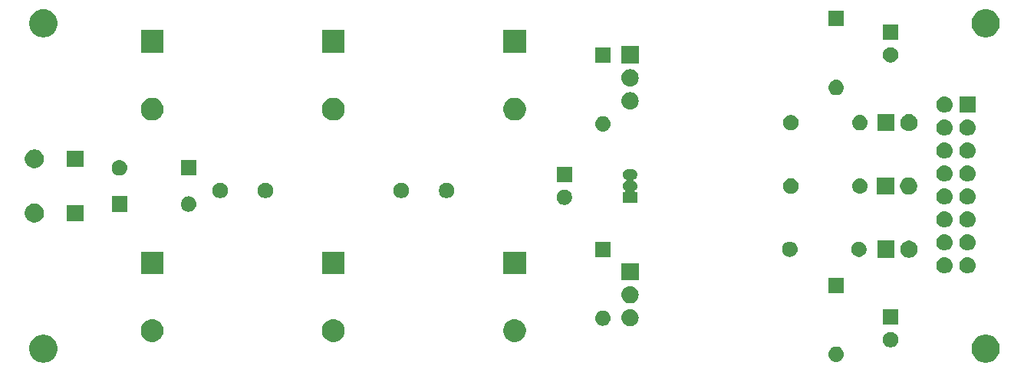
<source format=gbr>
G04 #@! TF.GenerationSoftware,KiCad,Pcbnew,(5.1.4-0-10_14)*
G04 #@! TF.CreationDate,2020-11-07T23:41:15-06:00*
G04 #@! TF.ProjectId,Eurorack_PSU,4575726f-7261-4636-9b5f-5053552e6b69,rev?*
G04 #@! TF.SameCoordinates,Original*
G04 #@! TF.FileFunction,Soldermask,Top*
G04 #@! TF.FilePolarity,Negative*
%FSLAX46Y46*%
G04 Gerber Fmt 4.6, Leading zero omitted, Abs format (unit mm)*
G04 Created by KiCad (PCBNEW (5.1.4-0-10_14)) date 2020-11-07 23:41:15*
%MOMM*%
%LPD*%
G04 APERTURE LIST*
%ADD10C,0.100000*%
G04 APERTURE END LIST*
D10*
G36*
X206302585Y-123478802D02*
G01*
X206452410Y-123508604D01*
X206734674Y-123625521D01*
X206988705Y-123795259D01*
X207204741Y-124011295D01*
X207374479Y-124265326D01*
X207491396Y-124547590D01*
X207491396Y-124547591D01*
X207545243Y-124818295D01*
X207551000Y-124847240D01*
X207551000Y-125152760D01*
X207491396Y-125452410D01*
X207374479Y-125734674D01*
X207204741Y-125988705D01*
X206988705Y-126204741D01*
X206734674Y-126374479D01*
X206452410Y-126491396D01*
X206302585Y-126521198D01*
X206152761Y-126551000D01*
X205847239Y-126551000D01*
X205697415Y-126521198D01*
X205547590Y-126491396D01*
X205265326Y-126374479D01*
X205011295Y-126204741D01*
X204795259Y-125988705D01*
X204625521Y-125734674D01*
X204508604Y-125452410D01*
X204449000Y-125152760D01*
X204449000Y-124847240D01*
X204454758Y-124818295D01*
X204508604Y-124547591D01*
X204508604Y-124547590D01*
X204625521Y-124265326D01*
X204795259Y-124011295D01*
X205011295Y-123795259D01*
X205265326Y-123625521D01*
X205547590Y-123508604D01*
X205697415Y-123478802D01*
X205847239Y-123449000D01*
X206152761Y-123449000D01*
X206302585Y-123478802D01*
X206302585Y-123478802D01*
G37*
G36*
X102302585Y-123478802D02*
G01*
X102452410Y-123508604D01*
X102734674Y-123625521D01*
X102988705Y-123795259D01*
X103204741Y-124011295D01*
X103374479Y-124265326D01*
X103491396Y-124547590D01*
X103491396Y-124547591D01*
X103545243Y-124818295D01*
X103551000Y-124847240D01*
X103551000Y-125152760D01*
X103491396Y-125452410D01*
X103374479Y-125734674D01*
X103204741Y-125988705D01*
X102988705Y-126204741D01*
X102734674Y-126374479D01*
X102452410Y-126491396D01*
X102302585Y-126521198D01*
X102152761Y-126551000D01*
X101847239Y-126551000D01*
X101697415Y-126521198D01*
X101547590Y-126491396D01*
X101265326Y-126374479D01*
X101011295Y-126204741D01*
X100795259Y-125988705D01*
X100625521Y-125734674D01*
X100508604Y-125452410D01*
X100449000Y-125152760D01*
X100449000Y-124847240D01*
X100454758Y-124818295D01*
X100508604Y-124547591D01*
X100508604Y-124547590D01*
X100625521Y-124265326D01*
X100795259Y-124011295D01*
X101011295Y-123795259D01*
X101265326Y-123625521D01*
X101547590Y-123508604D01*
X101697415Y-123478802D01*
X101847239Y-123449000D01*
X102152761Y-123449000D01*
X102302585Y-123478802D01*
X102302585Y-123478802D01*
G37*
G36*
X189666823Y-124781313D02*
G01*
X189827242Y-124829976D01*
X189959906Y-124900886D01*
X189975078Y-124908996D01*
X190104659Y-125015341D01*
X190211004Y-125144922D01*
X190211005Y-125144924D01*
X190290024Y-125292758D01*
X190338687Y-125453177D01*
X190355117Y-125620000D01*
X190338687Y-125786823D01*
X190290024Y-125947242D01*
X190219114Y-126079906D01*
X190211004Y-126095078D01*
X190104659Y-126224659D01*
X189975078Y-126331004D01*
X189975076Y-126331005D01*
X189827242Y-126410024D01*
X189666823Y-126458687D01*
X189541804Y-126471000D01*
X189458196Y-126471000D01*
X189333177Y-126458687D01*
X189172758Y-126410024D01*
X189024924Y-126331005D01*
X189024922Y-126331004D01*
X188895341Y-126224659D01*
X188788996Y-126095078D01*
X188780886Y-126079906D01*
X188709976Y-125947242D01*
X188661313Y-125786823D01*
X188644883Y-125620000D01*
X188661313Y-125453177D01*
X188709976Y-125292758D01*
X188788995Y-125144924D01*
X188788996Y-125144922D01*
X188895341Y-125015341D01*
X189024922Y-124908996D01*
X189040094Y-124900886D01*
X189172758Y-124829976D01*
X189333177Y-124781313D01*
X189458196Y-124769000D01*
X189541804Y-124769000D01*
X189666823Y-124781313D01*
X189666823Y-124781313D01*
G37*
G36*
X195748228Y-123181703D02*
G01*
X195903100Y-123245853D01*
X196042481Y-123338985D01*
X196161015Y-123457519D01*
X196254147Y-123596900D01*
X196318297Y-123751772D01*
X196351000Y-123916184D01*
X196351000Y-124083816D01*
X196318297Y-124248228D01*
X196254147Y-124403100D01*
X196161015Y-124542481D01*
X196042481Y-124661015D01*
X195903100Y-124754147D01*
X195748228Y-124818297D01*
X195583816Y-124851000D01*
X195416184Y-124851000D01*
X195251772Y-124818297D01*
X195096900Y-124754147D01*
X194957519Y-124661015D01*
X194838985Y-124542481D01*
X194745853Y-124403100D01*
X194681703Y-124248228D01*
X194649000Y-124083816D01*
X194649000Y-123916184D01*
X194681703Y-123751772D01*
X194745853Y-123596900D01*
X194838985Y-123457519D01*
X194957519Y-123338985D01*
X195096900Y-123245853D01*
X195251772Y-123181703D01*
X195416184Y-123149000D01*
X195583816Y-123149000D01*
X195748228Y-123181703D01*
X195748228Y-123181703D01*
G37*
G36*
X154210815Y-121766425D02*
G01*
X154364903Y-121797075D01*
X154592571Y-121891378D01*
X154797466Y-122028285D01*
X154971715Y-122202534D01*
X155108622Y-122407429D01*
X155108623Y-122407431D01*
X155202925Y-122635097D01*
X155251000Y-122876786D01*
X155251000Y-123123214D01*
X155208080Y-123338985D01*
X155202925Y-123364903D01*
X155108622Y-123592571D01*
X154971715Y-123797466D01*
X154797466Y-123971715D01*
X154592571Y-124108622D01*
X154592570Y-124108623D01*
X154592569Y-124108623D01*
X154364903Y-124202925D01*
X154123214Y-124251000D01*
X153876786Y-124251000D01*
X153635097Y-124202925D01*
X153407431Y-124108623D01*
X153407430Y-124108623D01*
X153407429Y-124108622D01*
X153202534Y-123971715D01*
X153028285Y-123797466D01*
X152891378Y-123592571D01*
X152797075Y-123364903D01*
X152791920Y-123338985D01*
X152749000Y-123123214D01*
X152749000Y-122876786D01*
X152797075Y-122635097D01*
X152891377Y-122407431D01*
X152891378Y-122407429D01*
X153028285Y-122202534D01*
X153202534Y-122028285D01*
X153407429Y-121891378D01*
X153635097Y-121797075D01*
X153789185Y-121766425D01*
X153876786Y-121749000D01*
X154123214Y-121749000D01*
X154210815Y-121766425D01*
X154210815Y-121766425D01*
G37*
G36*
X134210815Y-121766425D02*
G01*
X134364903Y-121797075D01*
X134592571Y-121891378D01*
X134797466Y-122028285D01*
X134971715Y-122202534D01*
X135108622Y-122407429D01*
X135108623Y-122407431D01*
X135202925Y-122635097D01*
X135251000Y-122876786D01*
X135251000Y-123123214D01*
X135208080Y-123338985D01*
X135202925Y-123364903D01*
X135108622Y-123592571D01*
X134971715Y-123797466D01*
X134797466Y-123971715D01*
X134592571Y-124108622D01*
X134592570Y-124108623D01*
X134592569Y-124108623D01*
X134364903Y-124202925D01*
X134123214Y-124251000D01*
X133876786Y-124251000D01*
X133635097Y-124202925D01*
X133407431Y-124108623D01*
X133407430Y-124108623D01*
X133407429Y-124108622D01*
X133202534Y-123971715D01*
X133028285Y-123797466D01*
X132891378Y-123592571D01*
X132797075Y-123364903D01*
X132791920Y-123338985D01*
X132749000Y-123123214D01*
X132749000Y-122876786D01*
X132797075Y-122635097D01*
X132891377Y-122407431D01*
X132891378Y-122407429D01*
X133028285Y-122202534D01*
X133202534Y-122028285D01*
X133407429Y-121891378D01*
X133635097Y-121797075D01*
X133789185Y-121766425D01*
X133876786Y-121749000D01*
X134123214Y-121749000D01*
X134210815Y-121766425D01*
X134210815Y-121766425D01*
G37*
G36*
X114210815Y-121766425D02*
G01*
X114364903Y-121797075D01*
X114592571Y-121891378D01*
X114797466Y-122028285D01*
X114971715Y-122202534D01*
X115108622Y-122407429D01*
X115108623Y-122407431D01*
X115202925Y-122635097D01*
X115251000Y-122876786D01*
X115251000Y-123123214D01*
X115208080Y-123338985D01*
X115202925Y-123364903D01*
X115108622Y-123592571D01*
X114971715Y-123797466D01*
X114797466Y-123971715D01*
X114592571Y-124108622D01*
X114592570Y-124108623D01*
X114592569Y-124108623D01*
X114364903Y-124202925D01*
X114123214Y-124251000D01*
X113876786Y-124251000D01*
X113635097Y-124202925D01*
X113407431Y-124108623D01*
X113407430Y-124108623D01*
X113407429Y-124108622D01*
X113202534Y-123971715D01*
X113028285Y-123797466D01*
X112891378Y-123592571D01*
X112797075Y-123364903D01*
X112791920Y-123338985D01*
X112749000Y-123123214D01*
X112749000Y-122876786D01*
X112797075Y-122635097D01*
X112891377Y-122407431D01*
X112891378Y-122407429D01*
X113028285Y-122202534D01*
X113202534Y-122028285D01*
X113407429Y-121891378D01*
X113635097Y-121797075D01*
X113789185Y-121766425D01*
X113876786Y-121749000D01*
X114123214Y-121749000D01*
X114210815Y-121766425D01*
X114210815Y-121766425D01*
G37*
G36*
X166936425Y-120642760D02*
G01*
X166936428Y-120642761D01*
X166936429Y-120642761D01*
X167115693Y-120697140D01*
X167115696Y-120697142D01*
X167115697Y-120697142D01*
X167280903Y-120785446D01*
X167425712Y-120904288D01*
X167544554Y-121049097D01*
X167595773Y-121144922D01*
X167632860Y-121214307D01*
X167687239Y-121393571D01*
X167687240Y-121393575D01*
X167705601Y-121580000D01*
X167687240Y-121766425D01*
X167687239Y-121766428D01*
X167687239Y-121766429D01*
X167632860Y-121945693D01*
X167632858Y-121945696D01*
X167632858Y-121945697D01*
X167544554Y-122110903D01*
X167425712Y-122255712D01*
X167280903Y-122374554D01*
X167123502Y-122458686D01*
X167115693Y-122462860D01*
X166936429Y-122517239D01*
X166936428Y-122517239D01*
X166936425Y-122517240D01*
X166796718Y-122531000D01*
X166703282Y-122531000D01*
X166563575Y-122517240D01*
X166563572Y-122517239D01*
X166563571Y-122517239D01*
X166384307Y-122462860D01*
X166376498Y-122458686D01*
X166219097Y-122374554D01*
X166074288Y-122255712D01*
X165955446Y-122110903D01*
X165867142Y-121945697D01*
X165867142Y-121945696D01*
X165867140Y-121945693D01*
X165812761Y-121766429D01*
X165812761Y-121766428D01*
X165812760Y-121766425D01*
X165794399Y-121580000D01*
X165812760Y-121393575D01*
X165812761Y-121393571D01*
X165867140Y-121214307D01*
X165904227Y-121144922D01*
X165955446Y-121049097D01*
X166074288Y-120904288D01*
X166219097Y-120785446D01*
X166384303Y-120697142D01*
X166384304Y-120697142D01*
X166384307Y-120697140D01*
X166563571Y-120642761D01*
X166563572Y-120642761D01*
X166563575Y-120642760D01*
X166703282Y-120629000D01*
X166796718Y-120629000D01*
X166936425Y-120642760D01*
X166936425Y-120642760D01*
G37*
G36*
X163916823Y-120781313D02*
G01*
X164077242Y-120829976D01*
X164209906Y-120900886D01*
X164225078Y-120908996D01*
X164354659Y-121015341D01*
X164461004Y-121144922D01*
X164461005Y-121144924D01*
X164540024Y-121292758D01*
X164588687Y-121453177D01*
X164605117Y-121620000D01*
X164588687Y-121786823D01*
X164540024Y-121947242D01*
X164469114Y-122079906D01*
X164461004Y-122095078D01*
X164354659Y-122224659D01*
X164225078Y-122331004D01*
X164225076Y-122331005D01*
X164077242Y-122410024D01*
X163916823Y-122458687D01*
X163791804Y-122471000D01*
X163708196Y-122471000D01*
X163583177Y-122458687D01*
X163422758Y-122410024D01*
X163274924Y-122331005D01*
X163274922Y-122331004D01*
X163145341Y-122224659D01*
X163038996Y-122095078D01*
X163030886Y-122079906D01*
X162959976Y-121947242D01*
X162911313Y-121786823D01*
X162894883Y-121620000D01*
X162911313Y-121453177D01*
X162959976Y-121292758D01*
X163038995Y-121144924D01*
X163038996Y-121144922D01*
X163145341Y-121015341D01*
X163274922Y-120908996D01*
X163290094Y-120900886D01*
X163422758Y-120829976D01*
X163583177Y-120781313D01*
X163708196Y-120769000D01*
X163791804Y-120769000D01*
X163916823Y-120781313D01*
X163916823Y-120781313D01*
G37*
G36*
X196351000Y-122351000D02*
G01*
X194649000Y-122351000D01*
X194649000Y-120649000D01*
X196351000Y-120649000D01*
X196351000Y-122351000D01*
X196351000Y-122351000D01*
G37*
G36*
X166936425Y-118102760D02*
G01*
X166936428Y-118102761D01*
X166936429Y-118102761D01*
X167115693Y-118157140D01*
X167115696Y-118157142D01*
X167115697Y-118157142D01*
X167280903Y-118245446D01*
X167425712Y-118364288D01*
X167544554Y-118509097D01*
X167632858Y-118674303D01*
X167632860Y-118674307D01*
X167686459Y-118851000D01*
X167687240Y-118853575D01*
X167705601Y-119040000D01*
X167687240Y-119226425D01*
X167687239Y-119226428D01*
X167687239Y-119226429D01*
X167632860Y-119405693D01*
X167632858Y-119405696D01*
X167632858Y-119405697D01*
X167544554Y-119570903D01*
X167425712Y-119715712D01*
X167280903Y-119834554D01*
X167115697Y-119922858D01*
X167115693Y-119922860D01*
X166936429Y-119977239D01*
X166936428Y-119977239D01*
X166936425Y-119977240D01*
X166796718Y-119991000D01*
X166703282Y-119991000D01*
X166563575Y-119977240D01*
X166563572Y-119977239D01*
X166563571Y-119977239D01*
X166384307Y-119922860D01*
X166384303Y-119922858D01*
X166219097Y-119834554D01*
X166074288Y-119715712D01*
X165955446Y-119570903D01*
X165867142Y-119405697D01*
X165867142Y-119405696D01*
X165867140Y-119405693D01*
X165812761Y-119226429D01*
X165812761Y-119226428D01*
X165812760Y-119226425D01*
X165794399Y-119040000D01*
X165812760Y-118853575D01*
X165813541Y-118851000D01*
X165867140Y-118674307D01*
X165867142Y-118674303D01*
X165955446Y-118509097D01*
X166074288Y-118364288D01*
X166219097Y-118245446D01*
X166384303Y-118157142D01*
X166384304Y-118157142D01*
X166384307Y-118157140D01*
X166563571Y-118102761D01*
X166563572Y-118102761D01*
X166563575Y-118102760D01*
X166703282Y-118089000D01*
X166796718Y-118089000D01*
X166936425Y-118102760D01*
X166936425Y-118102760D01*
G37*
G36*
X190351000Y-118851000D02*
G01*
X188649000Y-118851000D01*
X188649000Y-117149000D01*
X190351000Y-117149000D01*
X190351000Y-118851000D01*
X190351000Y-118851000D01*
G37*
G36*
X167701000Y-117451000D02*
G01*
X165799000Y-117451000D01*
X165799000Y-115549000D01*
X167701000Y-115549000D01*
X167701000Y-117451000D01*
X167701000Y-117451000D01*
G37*
G36*
X115251000Y-116751000D02*
G01*
X112749000Y-116751000D01*
X112749000Y-114249000D01*
X115251000Y-114249000D01*
X115251000Y-116751000D01*
X115251000Y-116751000D01*
G37*
G36*
X155251000Y-116751000D02*
G01*
X152749000Y-116751000D01*
X152749000Y-114249000D01*
X155251000Y-114249000D01*
X155251000Y-116751000D01*
X155251000Y-116751000D01*
G37*
G36*
X135251000Y-116751000D02*
G01*
X132749000Y-116751000D01*
X132749000Y-114249000D01*
X135251000Y-114249000D01*
X135251000Y-116751000D01*
X135251000Y-116751000D01*
G37*
G36*
X204110442Y-114885518D02*
G01*
X204176627Y-114892037D01*
X204346466Y-114943557D01*
X204502991Y-115027222D01*
X204538729Y-115056552D01*
X204640186Y-115139814D01*
X204723448Y-115241271D01*
X204752778Y-115277009D01*
X204836443Y-115433534D01*
X204887963Y-115603373D01*
X204905359Y-115780000D01*
X204887963Y-115956627D01*
X204836443Y-116126466D01*
X204752778Y-116282991D01*
X204723448Y-116318729D01*
X204640186Y-116420186D01*
X204538729Y-116503448D01*
X204502991Y-116532778D01*
X204346466Y-116616443D01*
X204176627Y-116667963D01*
X204110443Y-116674481D01*
X204044260Y-116681000D01*
X203955740Y-116681000D01*
X203889557Y-116674481D01*
X203823373Y-116667963D01*
X203653534Y-116616443D01*
X203497009Y-116532778D01*
X203461271Y-116503448D01*
X203359814Y-116420186D01*
X203276552Y-116318729D01*
X203247222Y-116282991D01*
X203163557Y-116126466D01*
X203112037Y-115956627D01*
X203094641Y-115780000D01*
X203112037Y-115603373D01*
X203163557Y-115433534D01*
X203247222Y-115277009D01*
X203276552Y-115241271D01*
X203359814Y-115139814D01*
X203461271Y-115056552D01*
X203497009Y-115027222D01*
X203653534Y-114943557D01*
X203823373Y-114892037D01*
X203889558Y-114885518D01*
X203955740Y-114879000D01*
X204044260Y-114879000D01*
X204110442Y-114885518D01*
X204110442Y-114885518D01*
G37*
G36*
X201570442Y-114885518D02*
G01*
X201636627Y-114892037D01*
X201806466Y-114943557D01*
X201962991Y-115027222D01*
X201998729Y-115056552D01*
X202100186Y-115139814D01*
X202183448Y-115241271D01*
X202212778Y-115277009D01*
X202296443Y-115433534D01*
X202347963Y-115603373D01*
X202365359Y-115780000D01*
X202347963Y-115956627D01*
X202296443Y-116126466D01*
X202212778Y-116282991D01*
X202183448Y-116318729D01*
X202100186Y-116420186D01*
X201998729Y-116503448D01*
X201962991Y-116532778D01*
X201806466Y-116616443D01*
X201636627Y-116667963D01*
X201570443Y-116674481D01*
X201504260Y-116681000D01*
X201415740Y-116681000D01*
X201349557Y-116674481D01*
X201283373Y-116667963D01*
X201113534Y-116616443D01*
X200957009Y-116532778D01*
X200921271Y-116503448D01*
X200819814Y-116420186D01*
X200736552Y-116318729D01*
X200707222Y-116282991D01*
X200623557Y-116126466D01*
X200572037Y-115956627D01*
X200554641Y-115780000D01*
X200572037Y-115603373D01*
X200623557Y-115433534D01*
X200707222Y-115277009D01*
X200736552Y-115241271D01*
X200819814Y-115139814D01*
X200921271Y-115056552D01*
X200957009Y-115027222D01*
X201113534Y-114943557D01*
X201283373Y-114892037D01*
X201349558Y-114885518D01*
X201415740Y-114879000D01*
X201504260Y-114879000D01*
X201570442Y-114885518D01*
X201570442Y-114885518D01*
G37*
G36*
X195951000Y-114951000D02*
G01*
X194049000Y-114951000D01*
X194049000Y-113049000D01*
X195951000Y-113049000D01*
X195951000Y-114951000D01*
X195951000Y-114951000D01*
G37*
G36*
X197817395Y-113085546D02*
G01*
X197990466Y-113157234D01*
X197996572Y-113161314D01*
X198146227Y-113261310D01*
X198278690Y-113393773D01*
X198321284Y-113457520D01*
X198382766Y-113549534D01*
X198454454Y-113722605D01*
X198491000Y-113906333D01*
X198491000Y-114093667D01*
X198454454Y-114277395D01*
X198382766Y-114450466D01*
X198382765Y-114450467D01*
X198278690Y-114606227D01*
X198146227Y-114738690D01*
X198123092Y-114754148D01*
X197990466Y-114842766D01*
X197817395Y-114914454D01*
X197633667Y-114951000D01*
X197446333Y-114951000D01*
X197262605Y-114914454D01*
X197089534Y-114842766D01*
X196956908Y-114754148D01*
X196933773Y-114738690D01*
X196801310Y-114606227D01*
X196697235Y-114450467D01*
X196697234Y-114450466D01*
X196625546Y-114277395D01*
X196589000Y-114093667D01*
X196589000Y-113906333D01*
X196625546Y-113722605D01*
X196697234Y-113549534D01*
X196758716Y-113457520D01*
X196801310Y-113393773D01*
X196933773Y-113261310D01*
X197083428Y-113161314D01*
X197089534Y-113157234D01*
X197262605Y-113085546D01*
X197446333Y-113049000D01*
X197633667Y-113049000D01*
X197817395Y-113085546D01*
X197817395Y-113085546D01*
G37*
G36*
X164601000Y-114851000D02*
G01*
X162899000Y-114851000D01*
X162899000Y-113149000D01*
X164601000Y-113149000D01*
X164601000Y-114851000D01*
X164601000Y-114851000D01*
G37*
G36*
X184546823Y-113161313D02*
G01*
X184707242Y-113209976D01*
X184774361Y-113245852D01*
X184855078Y-113288996D01*
X184984659Y-113395341D01*
X185091004Y-113524922D01*
X185091005Y-113524924D01*
X185170024Y-113672758D01*
X185218687Y-113833177D01*
X185235117Y-114000000D01*
X185218687Y-114166823D01*
X185170024Y-114327242D01*
X185129477Y-114403100D01*
X185091004Y-114475078D01*
X184984659Y-114604659D01*
X184855078Y-114711004D01*
X184855076Y-114711005D01*
X184707242Y-114790024D01*
X184546823Y-114838687D01*
X184421804Y-114851000D01*
X184338196Y-114851000D01*
X184213177Y-114838687D01*
X184052758Y-114790024D01*
X183904924Y-114711005D01*
X183904922Y-114711004D01*
X183775341Y-114604659D01*
X183668996Y-114475078D01*
X183630523Y-114403100D01*
X183589976Y-114327242D01*
X183541313Y-114166823D01*
X183524883Y-114000000D01*
X183541313Y-113833177D01*
X183589976Y-113672758D01*
X183668995Y-113524924D01*
X183668996Y-113524922D01*
X183775341Y-113395341D01*
X183904922Y-113288996D01*
X183985639Y-113245852D01*
X184052758Y-113209976D01*
X184213177Y-113161313D01*
X184338196Y-113149000D01*
X184421804Y-113149000D01*
X184546823Y-113161313D01*
X184546823Y-113161313D01*
G37*
G36*
X192248228Y-113181703D02*
G01*
X192403100Y-113245853D01*
X192542481Y-113338985D01*
X192661015Y-113457519D01*
X192754147Y-113596900D01*
X192818297Y-113751772D01*
X192851000Y-113916184D01*
X192851000Y-114083816D01*
X192818297Y-114248228D01*
X192754147Y-114403100D01*
X192661015Y-114542481D01*
X192542481Y-114661015D01*
X192403100Y-114754147D01*
X192248228Y-114818297D01*
X192083816Y-114851000D01*
X191916184Y-114851000D01*
X191751772Y-114818297D01*
X191596900Y-114754147D01*
X191457519Y-114661015D01*
X191338985Y-114542481D01*
X191245853Y-114403100D01*
X191181703Y-114248228D01*
X191149000Y-114083816D01*
X191149000Y-113916184D01*
X191181703Y-113751772D01*
X191245853Y-113596900D01*
X191338985Y-113457519D01*
X191457519Y-113338985D01*
X191596900Y-113245853D01*
X191751772Y-113181703D01*
X191916184Y-113149000D01*
X192083816Y-113149000D01*
X192248228Y-113181703D01*
X192248228Y-113181703D01*
G37*
G36*
X204110442Y-112345518D02*
G01*
X204176627Y-112352037D01*
X204346466Y-112403557D01*
X204502991Y-112487222D01*
X204538729Y-112516552D01*
X204640186Y-112599814D01*
X204723448Y-112701271D01*
X204752778Y-112737009D01*
X204836443Y-112893534D01*
X204887963Y-113063373D01*
X204905359Y-113240000D01*
X204887963Y-113416627D01*
X204836443Y-113586466D01*
X204752778Y-113742991D01*
X204723448Y-113778729D01*
X204640186Y-113880186D01*
X204538729Y-113963448D01*
X204502991Y-113992778D01*
X204346466Y-114076443D01*
X204176627Y-114127963D01*
X204110443Y-114134481D01*
X204044260Y-114141000D01*
X203955740Y-114141000D01*
X203889557Y-114134481D01*
X203823373Y-114127963D01*
X203653534Y-114076443D01*
X203497009Y-113992778D01*
X203461271Y-113963448D01*
X203359814Y-113880186D01*
X203276552Y-113778729D01*
X203247222Y-113742991D01*
X203163557Y-113586466D01*
X203112037Y-113416627D01*
X203094641Y-113240000D01*
X203112037Y-113063373D01*
X203163557Y-112893534D01*
X203247222Y-112737009D01*
X203276552Y-112701271D01*
X203359814Y-112599814D01*
X203461271Y-112516552D01*
X203497009Y-112487222D01*
X203653534Y-112403557D01*
X203823373Y-112352037D01*
X203889558Y-112345518D01*
X203955740Y-112339000D01*
X204044260Y-112339000D01*
X204110442Y-112345518D01*
X204110442Y-112345518D01*
G37*
G36*
X201570442Y-112345518D02*
G01*
X201636627Y-112352037D01*
X201806466Y-112403557D01*
X201962991Y-112487222D01*
X201998729Y-112516552D01*
X202100186Y-112599814D01*
X202183448Y-112701271D01*
X202212778Y-112737009D01*
X202296443Y-112893534D01*
X202347963Y-113063373D01*
X202365359Y-113240000D01*
X202347963Y-113416627D01*
X202296443Y-113586466D01*
X202212778Y-113742991D01*
X202183448Y-113778729D01*
X202100186Y-113880186D01*
X201998729Y-113963448D01*
X201962991Y-113992778D01*
X201806466Y-114076443D01*
X201636627Y-114127963D01*
X201570443Y-114134481D01*
X201504260Y-114141000D01*
X201415740Y-114141000D01*
X201349557Y-114134481D01*
X201283373Y-114127963D01*
X201113534Y-114076443D01*
X200957009Y-113992778D01*
X200921271Y-113963448D01*
X200819814Y-113880186D01*
X200736552Y-113778729D01*
X200707222Y-113742991D01*
X200623557Y-113586466D01*
X200572037Y-113416627D01*
X200554641Y-113240000D01*
X200572037Y-113063373D01*
X200623557Y-112893534D01*
X200707222Y-112737009D01*
X200736552Y-112701271D01*
X200819814Y-112599814D01*
X200921271Y-112516552D01*
X200957009Y-112487222D01*
X201113534Y-112403557D01*
X201283373Y-112352037D01*
X201349558Y-112345518D01*
X201415740Y-112339000D01*
X201504260Y-112339000D01*
X201570442Y-112345518D01*
X201570442Y-112345518D01*
G37*
G36*
X201570442Y-109805518D02*
G01*
X201636627Y-109812037D01*
X201806466Y-109863557D01*
X201962991Y-109947222D01*
X201998729Y-109976552D01*
X202100186Y-110059814D01*
X202183448Y-110161271D01*
X202212778Y-110197009D01*
X202296443Y-110353534D01*
X202347963Y-110523373D01*
X202365359Y-110700000D01*
X202347963Y-110876627D01*
X202296443Y-111046466D01*
X202212778Y-111202991D01*
X202183448Y-111238729D01*
X202100186Y-111340186D01*
X201998729Y-111423448D01*
X201962991Y-111452778D01*
X201806466Y-111536443D01*
X201636627Y-111587963D01*
X201570442Y-111594482D01*
X201504260Y-111601000D01*
X201415740Y-111601000D01*
X201349558Y-111594482D01*
X201283373Y-111587963D01*
X201113534Y-111536443D01*
X200957009Y-111452778D01*
X200921271Y-111423448D01*
X200819814Y-111340186D01*
X200736552Y-111238729D01*
X200707222Y-111202991D01*
X200623557Y-111046466D01*
X200572037Y-110876627D01*
X200554641Y-110700000D01*
X200572037Y-110523373D01*
X200623557Y-110353534D01*
X200707222Y-110197009D01*
X200736552Y-110161271D01*
X200819814Y-110059814D01*
X200921271Y-109976552D01*
X200957009Y-109947222D01*
X201113534Y-109863557D01*
X201283373Y-109812037D01*
X201349558Y-109805518D01*
X201415740Y-109799000D01*
X201504260Y-109799000D01*
X201570442Y-109805518D01*
X201570442Y-109805518D01*
G37*
G36*
X204110442Y-109805518D02*
G01*
X204176627Y-109812037D01*
X204346466Y-109863557D01*
X204502991Y-109947222D01*
X204538729Y-109976552D01*
X204640186Y-110059814D01*
X204723448Y-110161271D01*
X204752778Y-110197009D01*
X204836443Y-110353534D01*
X204887963Y-110523373D01*
X204905359Y-110700000D01*
X204887963Y-110876627D01*
X204836443Y-111046466D01*
X204752778Y-111202991D01*
X204723448Y-111238729D01*
X204640186Y-111340186D01*
X204538729Y-111423448D01*
X204502991Y-111452778D01*
X204346466Y-111536443D01*
X204176627Y-111587963D01*
X204110442Y-111594482D01*
X204044260Y-111601000D01*
X203955740Y-111601000D01*
X203889558Y-111594482D01*
X203823373Y-111587963D01*
X203653534Y-111536443D01*
X203497009Y-111452778D01*
X203461271Y-111423448D01*
X203359814Y-111340186D01*
X203276552Y-111238729D01*
X203247222Y-111202991D01*
X203163557Y-111046466D01*
X203112037Y-110876627D01*
X203094641Y-110700000D01*
X203112037Y-110523373D01*
X203163557Y-110353534D01*
X203247222Y-110197009D01*
X203276552Y-110161271D01*
X203359814Y-110059814D01*
X203461271Y-109976552D01*
X203497009Y-109947222D01*
X203653534Y-109863557D01*
X203823373Y-109812037D01*
X203889558Y-109805518D01*
X203955740Y-109799000D01*
X204044260Y-109799000D01*
X204110442Y-109805518D01*
X204110442Y-109805518D01*
G37*
G36*
X101306564Y-108989389D02*
G01*
X101497060Y-109068295D01*
X101497835Y-109068616D01*
X101669973Y-109183635D01*
X101816365Y-109330027D01*
X101913284Y-109475076D01*
X101931385Y-109502167D01*
X102010611Y-109693436D01*
X102051000Y-109896484D01*
X102051000Y-110103516D01*
X102010611Y-110306564D01*
X101991156Y-110353532D01*
X101931384Y-110497835D01*
X101816365Y-110669973D01*
X101669973Y-110816365D01*
X101497835Y-110931384D01*
X101497834Y-110931385D01*
X101497833Y-110931385D01*
X101306564Y-111010611D01*
X101103516Y-111051000D01*
X100896484Y-111051000D01*
X100693436Y-111010611D01*
X100502167Y-110931385D01*
X100502166Y-110931385D01*
X100502165Y-110931384D01*
X100330027Y-110816365D01*
X100183635Y-110669973D01*
X100068616Y-110497835D01*
X100008844Y-110353532D01*
X99989389Y-110306564D01*
X99949000Y-110103516D01*
X99949000Y-109896484D01*
X99989389Y-109693436D01*
X100068615Y-109502167D01*
X100086717Y-109475076D01*
X100183635Y-109330027D01*
X100330027Y-109183635D01*
X100502165Y-109068616D01*
X100502940Y-109068295D01*
X100693436Y-108989389D01*
X100896484Y-108949000D01*
X101103516Y-108949000D01*
X101306564Y-108989389D01*
X101306564Y-108989389D01*
G37*
G36*
X106401000Y-110901000D02*
G01*
X104599000Y-110901000D01*
X104599000Y-109099000D01*
X106401000Y-109099000D01*
X106401000Y-110901000D01*
X106401000Y-110901000D01*
G37*
G36*
X111251000Y-109851000D02*
G01*
X109549000Y-109851000D01*
X109549000Y-108149000D01*
X111251000Y-108149000D01*
X111251000Y-109851000D01*
X111251000Y-109851000D01*
G37*
G36*
X118186823Y-108161313D02*
G01*
X118347242Y-108209976D01*
X118479906Y-108280886D01*
X118495078Y-108288996D01*
X118624659Y-108395341D01*
X118731004Y-108524922D01*
X118731005Y-108524924D01*
X118810024Y-108672758D01*
X118858687Y-108833177D01*
X118875117Y-109000000D01*
X118858687Y-109166823D01*
X118810024Y-109327242D01*
X118808535Y-109330027D01*
X118731004Y-109475078D01*
X118624659Y-109604659D01*
X118495078Y-109711004D01*
X118495076Y-109711005D01*
X118347242Y-109790024D01*
X118186823Y-109838687D01*
X118061804Y-109851000D01*
X117978196Y-109851000D01*
X117853177Y-109838687D01*
X117692758Y-109790024D01*
X117544924Y-109711005D01*
X117544922Y-109711004D01*
X117415341Y-109604659D01*
X117308996Y-109475078D01*
X117231465Y-109330027D01*
X117229976Y-109327242D01*
X117181313Y-109166823D01*
X117164883Y-109000000D01*
X117181313Y-108833177D01*
X117229976Y-108672758D01*
X117308995Y-108524924D01*
X117308996Y-108524922D01*
X117415341Y-108395341D01*
X117544922Y-108288996D01*
X117560094Y-108280886D01*
X117692758Y-108209976D01*
X117853177Y-108161313D01*
X117978196Y-108149000D01*
X118061804Y-108149000D01*
X118186823Y-108161313D01*
X118186823Y-108161313D01*
G37*
G36*
X159748228Y-107431703D02*
G01*
X159903100Y-107495853D01*
X160042481Y-107588985D01*
X160161015Y-107707519D01*
X160254147Y-107846900D01*
X160318297Y-108001772D01*
X160351000Y-108166184D01*
X160351000Y-108333816D01*
X160318297Y-108498228D01*
X160254147Y-108653100D01*
X160161015Y-108792481D01*
X160042481Y-108911015D01*
X159903100Y-109004147D01*
X159748228Y-109068297D01*
X159583816Y-109101000D01*
X159416184Y-109101000D01*
X159251772Y-109068297D01*
X159096900Y-109004147D01*
X158957519Y-108911015D01*
X158838985Y-108792481D01*
X158745853Y-108653100D01*
X158681703Y-108498228D01*
X158649000Y-108333816D01*
X158649000Y-108166184D01*
X158681703Y-108001772D01*
X158745853Y-107846900D01*
X158838985Y-107707519D01*
X158957519Y-107588985D01*
X159096900Y-107495853D01*
X159251772Y-107431703D01*
X159416184Y-107399000D01*
X159583816Y-107399000D01*
X159748228Y-107431703D01*
X159748228Y-107431703D01*
G37*
G36*
X204110443Y-107265519D02*
G01*
X204176627Y-107272037D01*
X204346466Y-107323557D01*
X204346468Y-107323558D01*
X204353360Y-107327242D01*
X204502991Y-107407222D01*
X204513911Y-107416184D01*
X204640186Y-107519814D01*
X204711102Y-107606227D01*
X204752778Y-107657009D01*
X204836443Y-107813534D01*
X204887963Y-107983373D01*
X204905359Y-108160000D01*
X204887963Y-108336627D01*
X204836443Y-108506466D01*
X204752778Y-108662991D01*
X204723448Y-108698729D01*
X204640186Y-108800186D01*
X204538729Y-108883448D01*
X204502991Y-108912778D01*
X204346466Y-108996443D01*
X204176627Y-109047963D01*
X204110442Y-109054482D01*
X204044260Y-109061000D01*
X203955740Y-109061000D01*
X203889558Y-109054482D01*
X203823373Y-109047963D01*
X203653534Y-108996443D01*
X203497009Y-108912778D01*
X203461271Y-108883448D01*
X203359814Y-108800186D01*
X203276552Y-108698729D01*
X203247222Y-108662991D01*
X203163557Y-108506466D01*
X203112037Y-108336627D01*
X203094641Y-108160000D01*
X203112037Y-107983373D01*
X203163557Y-107813534D01*
X203247222Y-107657009D01*
X203288898Y-107606227D01*
X203359814Y-107519814D01*
X203486089Y-107416184D01*
X203497009Y-107407222D01*
X203646640Y-107327242D01*
X203653532Y-107323558D01*
X203653534Y-107323557D01*
X203823373Y-107272037D01*
X203889557Y-107265519D01*
X203955740Y-107259000D01*
X204044260Y-107259000D01*
X204110443Y-107265519D01*
X204110443Y-107265519D01*
G37*
G36*
X201570443Y-107265519D02*
G01*
X201636627Y-107272037D01*
X201806466Y-107323557D01*
X201806468Y-107323558D01*
X201813360Y-107327242D01*
X201962991Y-107407222D01*
X201973911Y-107416184D01*
X202100186Y-107519814D01*
X202171102Y-107606227D01*
X202212778Y-107657009D01*
X202296443Y-107813534D01*
X202347963Y-107983373D01*
X202365359Y-108160000D01*
X202347963Y-108336627D01*
X202296443Y-108506466D01*
X202212778Y-108662991D01*
X202183448Y-108698729D01*
X202100186Y-108800186D01*
X201998729Y-108883448D01*
X201962991Y-108912778D01*
X201806466Y-108996443D01*
X201636627Y-109047963D01*
X201570442Y-109054482D01*
X201504260Y-109061000D01*
X201415740Y-109061000D01*
X201349558Y-109054482D01*
X201283373Y-109047963D01*
X201113534Y-108996443D01*
X200957009Y-108912778D01*
X200921271Y-108883448D01*
X200819814Y-108800186D01*
X200736552Y-108698729D01*
X200707222Y-108662991D01*
X200623557Y-108506466D01*
X200572037Y-108336627D01*
X200554641Y-108160000D01*
X200572037Y-107983373D01*
X200623557Y-107813534D01*
X200707222Y-107657009D01*
X200748898Y-107606227D01*
X200819814Y-107519814D01*
X200946089Y-107416184D01*
X200957009Y-107407222D01*
X201106640Y-107327242D01*
X201113532Y-107323558D01*
X201113534Y-107323557D01*
X201283373Y-107272037D01*
X201349557Y-107265519D01*
X201415740Y-107259000D01*
X201504260Y-107259000D01*
X201570443Y-107265519D01*
X201570443Y-107265519D01*
G37*
G36*
X167087916Y-105162334D02*
G01*
X167196492Y-105195271D01*
X167196495Y-105195272D01*
X167232601Y-105214571D01*
X167296557Y-105248756D01*
X167384264Y-105320736D01*
X167456244Y-105408443D01*
X167474914Y-105443373D01*
X167509728Y-105508505D01*
X167509729Y-105508508D01*
X167542666Y-105617084D01*
X167553787Y-105730000D01*
X167542666Y-105842916D01*
X167509729Y-105951492D01*
X167509728Y-105951495D01*
X167490429Y-105987601D01*
X167456244Y-106051557D01*
X167384264Y-106139264D01*
X167296557Y-106211244D01*
X167231807Y-106245853D01*
X167215141Y-106254761D01*
X167194766Y-106268375D01*
X167177439Y-106285702D01*
X167163826Y-106306076D01*
X167154448Y-106328715D01*
X167149668Y-106352748D01*
X167149668Y-106377252D01*
X167154448Y-106401285D01*
X167163826Y-106423924D01*
X167177440Y-106444299D01*
X167194767Y-106461626D01*
X167215141Y-106475239D01*
X167296557Y-106518756D01*
X167384264Y-106590736D01*
X167456244Y-106678443D01*
X167490429Y-106742399D01*
X167509728Y-106778505D01*
X167509729Y-106778508D01*
X167542666Y-106887084D01*
X167553787Y-107000000D01*
X167542666Y-107112916D01*
X167526312Y-107166825D01*
X167509728Y-107221495D01*
X167495439Y-107248228D01*
X167456244Y-107321557D01*
X167384264Y-107409264D01*
X167307354Y-107472383D01*
X167290035Y-107489702D01*
X167276421Y-107510077D01*
X167267043Y-107532716D01*
X167262263Y-107556749D01*
X167262263Y-107581253D01*
X167267043Y-107605286D01*
X167276421Y-107627925D01*
X167290034Y-107648299D01*
X167307361Y-107665626D01*
X167327736Y-107679240D01*
X167350375Y-107688618D01*
X167374408Y-107693398D01*
X167386660Y-107694000D01*
X167551000Y-107694000D01*
X167551000Y-108846000D01*
X165949000Y-108846000D01*
X165949000Y-107694000D01*
X166113340Y-107694000D01*
X166137726Y-107691598D01*
X166161175Y-107684485D01*
X166182786Y-107672934D01*
X166201728Y-107657389D01*
X166217273Y-107638447D01*
X166228824Y-107616836D01*
X166235937Y-107593387D01*
X166238339Y-107569001D01*
X166235937Y-107544615D01*
X166228824Y-107521166D01*
X166217273Y-107499555D01*
X166201728Y-107480613D01*
X166192655Y-107472391D01*
X166115736Y-107409264D01*
X166043756Y-107321557D01*
X166004561Y-107248228D01*
X165990272Y-107221495D01*
X165973688Y-107166825D01*
X165957334Y-107112916D01*
X165946213Y-107000000D01*
X165957334Y-106887084D01*
X165990271Y-106778508D01*
X165990272Y-106778505D01*
X166009571Y-106742399D01*
X166043756Y-106678443D01*
X166115736Y-106590736D01*
X166203443Y-106518756D01*
X166284859Y-106475239D01*
X166305234Y-106461625D01*
X166322561Y-106444298D01*
X166336174Y-106423924D01*
X166345552Y-106401285D01*
X166350332Y-106377252D01*
X166350332Y-106352748D01*
X166345552Y-106328715D01*
X166336174Y-106306076D01*
X166322560Y-106285701D01*
X166305233Y-106268374D01*
X166284859Y-106254761D01*
X166268193Y-106245853D01*
X166203443Y-106211244D01*
X166115736Y-106139264D01*
X166043756Y-106051557D01*
X166009571Y-105987601D01*
X165990272Y-105951495D01*
X165990271Y-105951492D01*
X165957334Y-105842916D01*
X165946213Y-105730000D01*
X165957334Y-105617084D01*
X165990271Y-105508508D01*
X165990272Y-105508505D01*
X166025086Y-105443373D01*
X166043756Y-105408443D01*
X166115736Y-105320736D01*
X166203443Y-105248756D01*
X166267399Y-105214571D01*
X166303505Y-105195272D01*
X166303508Y-105195271D01*
X166412084Y-105162334D01*
X166496702Y-105154000D01*
X167003298Y-105154000D01*
X167087916Y-105162334D01*
X167087916Y-105162334D01*
G37*
G36*
X121748228Y-106681703D02*
G01*
X121903100Y-106745853D01*
X122042481Y-106838985D01*
X122161015Y-106957519D01*
X122254147Y-107096900D01*
X122318297Y-107251772D01*
X122351000Y-107416184D01*
X122351000Y-107583816D01*
X122318297Y-107748228D01*
X122254147Y-107903100D01*
X122161015Y-108042481D01*
X122042481Y-108161015D01*
X121903100Y-108254147D01*
X121748228Y-108318297D01*
X121583816Y-108351000D01*
X121416184Y-108351000D01*
X121251772Y-108318297D01*
X121096900Y-108254147D01*
X120957519Y-108161015D01*
X120838985Y-108042481D01*
X120745853Y-107903100D01*
X120681703Y-107748228D01*
X120649000Y-107583816D01*
X120649000Y-107416184D01*
X120681703Y-107251772D01*
X120745853Y-107096900D01*
X120838985Y-106957519D01*
X120957519Y-106838985D01*
X121096900Y-106745853D01*
X121251772Y-106681703D01*
X121416184Y-106649000D01*
X121583816Y-106649000D01*
X121748228Y-106681703D01*
X121748228Y-106681703D01*
G37*
G36*
X146748228Y-106681703D02*
G01*
X146903100Y-106745853D01*
X147042481Y-106838985D01*
X147161015Y-106957519D01*
X147254147Y-107096900D01*
X147318297Y-107251772D01*
X147351000Y-107416184D01*
X147351000Y-107583816D01*
X147318297Y-107748228D01*
X147254147Y-107903100D01*
X147161015Y-108042481D01*
X147042481Y-108161015D01*
X146903100Y-108254147D01*
X146748228Y-108318297D01*
X146583816Y-108351000D01*
X146416184Y-108351000D01*
X146251772Y-108318297D01*
X146096900Y-108254147D01*
X145957519Y-108161015D01*
X145838985Y-108042481D01*
X145745853Y-107903100D01*
X145681703Y-107748228D01*
X145649000Y-107583816D01*
X145649000Y-107416184D01*
X145681703Y-107251772D01*
X145745853Y-107096900D01*
X145838985Y-106957519D01*
X145957519Y-106838985D01*
X146096900Y-106745853D01*
X146251772Y-106681703D01*
X146416184Y-106649000D01*
X146583816Y-106649000D01*
X146748228Y-106681703D01*
X146748228Y-106681703D01*
G37*
G36*
X126748228Y-106681703D02*
G01*
X126903100Y-106745853D01*
X127042481Y-106838985D01*
X127161015Y-106957519D01*
X127254147Y-107096900D01*
X127318297Y-107251772D01*
X127351000Y-107416184D01*
X127351000Y-107583816D01*
X127318297Y-107748228D01*
X127254147Y-107903100D01*
X127161015Y-108042481D01*
X127042481Y-108161015D01*
X126903100Y-108254147D01*
X126748228Y-108318297D01*
X126583816Y-108351000D01*
X126416184Y-108351000D01*
X126251772Y-108318297D01*
X126096900Y-108254147D01*
X125957519Y-108161015D01*
X125838985Y-108042481D01*
X125745853Y-107903100D01*
X125681703Y-107748228D01*
X125649000Y-107583816D01*
X125649000Y-107416184D01*
X125681703Y-107251772D01*
X125745853Y-107096900D01*
X125838985Y-106957519D01*
X125957519Y-106838985D01*
X126096900Y-106745853D01*
X126251772Y-106681703D01*
X126416184Y-106649000D01*
X126583816Y-106649000D01*
X126748228Y-106681703D01*
X126748228Y-106681703D01*
G37*
G36*
X141748228Y-106681703D02*
G01*
X141903100Y-106745853D01*
X142042481Y-106838985D01*
X142161015Y-106957519D01*
X142254147Y-107096900D01*
X142318297Y-107251772D01*
X142351000Y-107416184D01*
X142351000Y-107583816D01*
X142318297Y-107748228D01*
X142254147Y-107903100D01*
X142161015Y-108042481D01*
X142042481Y-108161015D01*
X141903100Y-108254147D01*
X141748228Y-108318297D01*
X141583816Y-108351000D01*
X141416184Y-108351000D01*
X141251772Y-108318297D01*
X141096900Y-108254147D01*
X140957519Y-108161015D01*
X140838985Y-108042481D01*
X140745853Y-107903100D01*
X140681703Y-107748228D01*
X140649000Y-107583816D01*
X140649000Y-107416184D01*
X140681703Y-107251772D01*
X140745853Y-107096900D01*
X140838985Y-106957519D01*
X140957519Y-106838985D01*
X141096900Y-106745853D01*
X141251772Y-106681703D01*
X141416184Y-106649000D01*
X141583816Y-106649000D01*
X141748228Y-106681703D01*
X141748228Y-106681703D01*
G37*
G36*
X195911000Y-107951000D02*
G01*
X194009000Y-107951000D01*
X194009000Y-106049000D01*
X195911000Y-106049000D01*
X195911000Y-107951000D01*
X195911000Y-107951000D01*
G37*
G36*
X197777395Y-106085546D02*
G01*
X197950466Y-106157234D01*
X197956572Y-106161314D01*
X198106227Y-106261310D01*
X198238690Y-106393773D01*
X198281284Y-106457520D01*
X198342766Y-106549534D01*
X198414454Y-106722605D01*
X198451000Y-106906333D01*
X198451000Y-107093667D01*
X198414454Y-107277395D01*
X198342766Y-107450466D01*
X198342765Y-107450467D01*
X198238690Y-107606227D01*
X198106227Y-107738690D01*
X198083092Y-107754148D01*
X197950466Y-107842766D01*
X197777395Y-107914454D01*
X197593667Y-107951000D01*
X197406333Y-107951000D01*
X197222605Y-107914454D01*
X197049534Y-107842766D01*
X196916908Y-107754148D01*
X196893773Y-107738690D01*
X196761310Y-107606227D01*
X196657235Y-107450467D01*
X196657234Y-107450466D01*
X196585546Y-107277395D01*
X196549000Y-107093667D01*
X196549000Y-106906333D01*
X196585546Y-106722605D01*
X196657234Y-106549534D01*
X196718716Y-106457520D01*
X196761310Y-106393773D01*
X196893773Y-106261310D01*
X197043428Y-106161314D01*
X197049534Y-106157234D01*
X197222605Y-106085546D01*
X197406333Y-106049000D01*
X197593667Y-106049000D01*
X197777395Y-106085546D01*
X197777395Y-106085546D01*
G37*
G36*
X184748228Y-106181703D02*
G01*
X184903100Y-106245853D01*
X185042481Y-106338985D01*
X185161015Y-106457519D01*
X185254147Y-106596900D01*
X185318297Y-106751772D01*
X185351000Y-106916184D01*
X185351000Y-107083816D01*
X185318297Y-107248228D01*
X185254147Y-107403100D01*
X185161015Y-107542481D01*
X185042481Y-107661015D01*
X184903100Y-107754147D01*
X184748228Y-107818297D01*
X184583816Y-107851000D01*
X184416184Y-107851000D01*
X184251772Y-107818297D01*
X184096900Y-107754147D01*
X183957519Y-107661015D01*
X183838985Y-107542481D01*
X183745853Y-107403100D01*
X183681703Y-107248228D01*
X183649000Y-107083816D01*
X183649000Y-106916184D01*
X183681703Y-106751772D01*
X183745853Y-106596900D01*
X183838985Y-106457519D01*
X183957519Y-106338985D01*
X184096900Y-106245853D01*
X184251772Y-106181703D01*
X184416184Y-106149000D01*
X184583816Y-106149000D01*
X184748228Y-106181703D01*
X184748228Y-106181703D01*
G37*
G36*
X192286823Y-106161313D02*
G01*
X192447242Y-106209976D01*
X192556497Y-106268374D01*
X192595078Y-106288996D01*
X192724659Y-106395341D01*
X192831004Y-106524922D01*
X192831005Y-106524924D01*
X192910024Y-106672758D01*
X192910025Y-106672761D01*
X192912738Y-106681705D01*
X192958687Y-106833177D01*
X192975117Y-107000000D01*
X192958687Y-107166823D01*
X192910024Y-107327242D01*
X192869477Y-107403100D01*
X192831004Y-107475078D01*
X192724659Y-107604659D01*
X192595078Y-107711004D01*
X192595076Y-107711005D01*
X192447242Y-107790024D01*
X192286823Y-107838687D01*
X192161804Y-107851000D01*
X192078196Y-107851000D01*
X191953177Y-107838687D01*
X191792758Y-107790024D01*
X191644924Y-107711005D01*
X191644922Y-107711004D01*
X191515341Y-107604659D01*
X191408996Y-107475078D01*
X191370523Y-107403100D01*
X191329976Y-107327242D01*
X191281313Y-107166823D01*
X191264883Y-107000000D01*
X191281313Y-106833177D01*
X191327262Y-106681705D01*
X191329975Y-106672761D01*
X191329976Y-106672758D01*
X191408995Y-106524924D01*
X191408996Y-106524922D01*
X191515341Y-106395341D01*
X191644922Y-106288996D01*
X191683503Y-106268374D01*
X191792758Y-106209976D01*
X191953177Y-106161313D01*
X192078196Y-106149000D01*
X192161804Y-106149000D01*
X192286823Y-106161313D01*
X192286823Y-106161313D01*
G37*
G36*
X160351000Y-106601000D02*
G01*
X158649000Y-106601000D01*
X158649000Y-104899000D01*
X160351000Y-104899000D01*
X160351000Y-106601000D01*
X160351000Y-106601000D01*
G37*
G36*
X204110443Y-104725519D02*
G01*
X204176627Y-104732037D01*
X204346466Y-104783557D01*
X204502991Y-104867222D01*
X204538729Y-104896552D01*
X204640186Y-104979814D01*
X204723448Y-105081271D01*
X204752778Y-105117009D01*
X204836443Y-105273534D01*
X204887963Y-105443373D01*
X204905359Y-105620000D01*
X204887963Y-105796627D01*
X204836443Y-105966466D01*
X204752778Y-106122991D01*
X204739423Y-106139264D01*
X204640186Y-106260186D01*
X204556682Y-106328715D01*
X204502991Y-106372778D01*
X204346466Y-106456443D01*
X204176627Y-106507963D01*
X204110442Y-106514482D01*
X204044260Y-106521000D01*
X203955740Y-106521000D01*
X203889558Y-106514482D01*
X203823373Y-106507963D01*
X203653534Y-106456443D01*
X203497009Y-106372778D01*
X203443318Y-106328715D01*
X203359814Y-106260186D01*
X203260577Y-106139264D01*
X203247222Y-106122991D01*
X203163557Y-105966466D01*
X203112037Y-105796627D01*
X203094641Y-105620000D01*
X203112037Y-105443373D01*
X203163557Y-105273534D01*
X203247222Y-105117009D01*
X203276552Y-105081271D01*
X203359814Y-104979814D01*
X203461271Y-104896552D01*
X203497009Y-104867222D01*
X203653534Y-104783557D01*
X203823373Y-104732037D01*
X203889558Y-104725518D01*
X203955740Y-104719000D01*
X204044260Y-104719000D01*
X204110443Y-104725519D01*
X204110443Y-104725519D01*
G37*
G36*
X201570443Y-104725519D02*
G01*
X201636627Y-104732037D01*
X201806466Y-104783557D01*
X201962991Y-104867222D01*
X201998729Y-104896552D01*
X202100186Y-104979814D01*
X202183448Y-105081271D01*
X202212778Y-105117009D01*
X202296443Y-105273534D01*
X202347963Y-105443373D01*
X202365359Y-105620000D01*
X202347963Y-105796627D01*
X202296443Y-105966466D01*
X202212778Y-106122991D01*
X202199423Y-106139264D01*
X202100186Y-106260186D01*
X202016682Y-106328715D01*
X201962991Y-106372778D01*
X201806466Y-106456443D01*
X201636627Y-106507963D01*
X201570442Y-106514482D01*
X201504260Y-106521000D01*
X201415740Y-106521000D01*
X201349558Y-106514482D01*
X201283373Y-106507963D01*
X201113534Y-106456443D01*
X200957009Y-106372778D01*
X200903318Y-106328715D01*
X200819814Y-106260186D01*
X200720577Y-106139264D01*
X200707222Y-106122991D01*
X200623557Y-105966466D01*
X200572037Y-105796627D01*
X200554641Y-105620000D01*
X200572037Y-105443373D01*
X200623557Y-105273534D01*
X200707222Y-105117009D01*
X200736552Y-105081271D01*
X200819814Y-104979814D01*
X200921271Y-104896552D01*
X200957009Y-104867222D01*
X201113534Y-104783557D01*
X201283373Y-104732037D01*
X201349558Y-104725518D01*
X201415740Y-104719000D01*
X201504260Y-104719000D01*
X201570443Y-104725519D01*
X201570443Y-104725519D01*
G37*
G36*
X110546823Y-104161313D02*
G01*
X110707242Y-104209976D01*
X110839906Y-104280886D01*
X110855078Y-104288996D01*
X110984659Y-104395341D01*
X111091004Y-104524922D01*
X111091005Y-104524924D01*
X111170024Y-104672758D01*
X111218687Y-104833177D01*
X111235117Y-105000000D01*
X111218687Y-105166823D01*
X111170024Y-105327242D01*
X111099114Y-105459906D01*
X111091004Y-105475078D01*
X110984659Y-105604659D01*
X110855078Y-105711004D01*
X110855076Y-105711005D01*
X110707242Y-105790024D01*
X110546823Y-105838687D01*
X110421804Y-105851000D01*
X110338196Y-105851000D01*
X110213177Y-105838687D01*
X110052758Y-105790024D01*
X109904924Y-105711005D01*
X109904922Y-105711004D01*
X109775341Y-105604659D01*
X109668996Y-105475078D01*
X109660886Y-105459906D01*
X109589976Y-105327242D01*
X109541313Y-105166823D01*
X109524883Y-105000000D01*
X109541313Y-104833177D01*
X109589976Y-104672758D01*
X109668995Y-104524924D01*
X109668996Y-104524922D01*
X109775341Y-104395341D01*
X109904922Y-104288996D01*
X109920094Y-104280886D01*
X110052758Y-104209976D01*
X110213177Y-104161313D01*
X110338196Y-104149000D01*
X110421804Y-104149000D01*
X110546823Y-104161313D01*
X110546823Y-104161313D01*
G37*
G36*
X118851000Y-105851000D02*
G01*
X117149000Y-105851000D01*
X117149000Y-104149000D01*
X118851000Y-104149000D01*
X118851000Y-105851000D01*
X118851000Y-105851000D01*
G37*
G36*
X101306564Y-102989389D02*
G01*
X101497833Y-103068615D01*
X101497835Y-103068616D01*
X101669973Y-103183635D01*
X101816365Y-103330027D01*
X101880804Y-103426466D01*
X101931385Y-103502167D01*
X102010611Y-103693436D01*
X102051000Y-103896484D01*
X102051000Y-104103516D01*
X102010611Y-104306564D01*
X101973838Y-104395341D01*
X101931384Y-104497835D01*
X101816365Y-104669973D01*
X101669973Y-104816365D01*
X101497835Y-104931384D01*
X101497834Y-104931385D01*
X101497833Y-104931385D01*
X101306564Y-105010611D01*
X101103516Y-105051000D01*
X100896484Y-105051000D01*
X100693436Y-105010611D01*
X100502167Y-104931385D01*
X100502166Y-104931385D01*
X100502165Y-104931384D01*
X100330027Y-104816365D01*
X100183635Y-104669973D01*
X100068616Y-104497835D01*
X100026162Y-104395341D01*
X99989389Y-104306564D01*
X99949000Y-104103516D01*
X99949000Y-103896484D01*
X99989389Y-103693436D01*
X100068615Y-103502167D01*
X100119197Y-103426466D01*
X100183635Y-103330027D01*
X100330027Y-103183635D01*
X100502165Y-103068616D01*
X100502167Y-103068615D01*
X100693436Y-102989389D01*
X100896484Y-102949000D01*
X101103516Y-102949000D01*
X101306564Y-102989389D01*
X101306564Y-102989389D01*
G37*
G36*
X106401000Y-104901000D02*
G01*
X104599000Y-104901000D01*
X104599000Y-103099000D01*
X106401000Y-103099000D01*
X106401000Y-104901000D01*
X106401000Y-104901000D01*
G37*
G36*
X204110442Y-102185518D02*
G01*
X204176627Y-102192037D01*
X204346466Y-102243557D01*
X204502991Y-102327222D01*
X204538729Y-102356552D01*
X204640186Y-102439814D01*
X204723448Y-102541271D01*
X204752778Y-102577009D01*
X204836443Y-102733534D01*
X204887963Y-102903373D01*
X204905359Y-103080000D01*
X204887963Y-103256627D01*
X204836443Y-103426466D01*
X204752778Y-103582991D01*
X204723448Y-103618729D01*
X204640186Y-103720186D01*
X204538729Y-103803448D01*
X204502991Y-103832778D01*
X204346466Y-103916443D01*
X204176627Y-103967963D01*
X204110443Y-103974481D01*
X204044260Y-103981000D01*
X203955740Y-103981000D01*
X203889557Y-103974481D01*
X203823373Y-103967963D01*
X203653534Y-103916443D01*
X203497009Y-103832778D01*
X203461271Y-103803448D01*
X203359814Y-103720186D01*
X203276552Y-103618729D01*
X203247222Y-103582991D01*
X203163557Y-103426466D01*
X203112037Y-103256627D01*
X203094641Y-103080000D01*
X203112037Y-102903373D01*
X203163557Y-102733534D01*
X203247222Y-102577009D01*
X203276552Y-102541271D01*
X203359814Y-102439814D01*
X203461271Y-102356552D01*
X203497009Y-102327222D01*
X203653534Y-102243557D01*
X203823373Y-102192037D01*
X203889558Y-102185518D01*
X203955740Y-102179000D01*
X204044260Y-102179000D01*
X204110442Y-102185518D01*
X204110442Y-102185518D01*
G37*
G36*
X201570442Y-102185518D02*
G01*
X201636627Y-102192037D01*
X201806466Y-102243557D01*
X201962991Y-102327222D01*
X201998729Y-102356552D01*
X202100186Y-102439814D01*
X202183448Y-102541271D01*
X202212778Y-102577009D01*
X202296443Y-102733534D01*
X202347963Y-102903373D01*
X202365359Y-103080000D01*
X202347963Y-103256627D01*
X202296443Y-103426466D01*
X202212778Y-103582991D01*
X202183448Y-103618729D01*
X202100186Y-103720186D01*
X201998729Y-103803448D01*
X201962991Y-103832778D01*
X201806466Y-103916443D01*
X201636627Y-103967963D01*
X201570443Y-103974481D01*
X201504260Y-103981000D01*
X201415740Y-103981000D01*
X201349557Y-103974481D01*
X201283373Y-103967963D01*
X201113534Y-103916443D01*
X200957009Y-103832778D01*
X200921271Y-103803448D01*
X200819814Y-103720186D01*
X200736552Y-103618729D01*
X200707222Y-103582991D01*
X200623557Y-103426466D01*
X200572037Y-103256627D01*
X200554641Y-103080000D01*
X200572037Y-102903373D01*
X200623557Y-102733534D01*
X200707222Y-102577009D01*
X200736552Y-102541271D01*
X200819814Y-102439814D01*
X200921271Y-102356552D01*
X200957009Y-102327222D01*
X201113534Y-102243557D01*
X201283373Y-102192037D01*
X201349558Y-102185518D01*
X201415740Y-102179000D01*
X201504260Y-102179000D01*
X201570442Y-102185518D01*
X201570442Y-102185518D01*
G37*
G36*
X201570442Y-99645518D02*
G01*
X201636627Y-99652037D01*
X201806466Y-99703557D01*
X201962991Y-99787222D01*
X201969740Y-99792761D01*
X202100186Y-99899814D01*
X202182405Y-100000000D01*
X202212778Y-100037009D01*
X202296443Y-100193534D01*
X202347963Y-100363373D01*
X202365359Y-100540000D01*
X202347963Y-100716627D01*
X202296443Y-100886466D01*
X202212778Y-101042991D01*
X202183448Y-101078729D01*
X202100186Y-101180186D01*
X201998729Y-101263448D01*
X201962991Y-101292778D01*
X201806466Y-101376443D01*
X201636627Y-101427963D01*
X201570442Y-101434482D01*
X201504260Y-101441000D01*
X201415740Y-101441000D01*
X201349558Y-101434482D01*
X201283373Y-101427963D01*
X201113534Y-101376443D01*
X200957009Y-101292778D01*
X200921271Y-101263448D01*
X200819814Y-101180186D01*
X200736552Y-101078729D01*
X200707222Y-101042991D01*
X200623557Y-100886466D01*
X200572037Y-100716627D01*
X200554641Y-100540000D01*
X200572037Y-100363373D01*
X200623557Y-100193534D01*
X200707222Y-100037009D01*
X200737595Y-100000000D01*
X200819814Y-99899814D01*
X200950260Y-99792761D01*
X200957009Y-99787222D01*
X201113534Y-99703557D01*
X201283373Y-99652037D01*
X201349558Y-99645518D01*
X201415740Y-99639000D01*
X201504260Y-99639000D01*
X201570442Y-99645518D01*
X201570442Y-99645518D01*
G37*
G36*
X204110442Y-99645518D02*
G01*
X204176627Y-99652037D01*
X204346466Y-99703557D01*
X204502991Y-99787222D01*
X204509740Y-99792761D01*
X204640186Y-99899814D01*
X204722405Y-100000000D01*
X204752778Y-100037009D01*
X204836443Y-100193534D01*
X204887963Y-100363373D01*
X204905359Y-100540000D01*
X204887963Y-100716627D01*
X204836443Y-100886466D01*
X204752778Y-101042991D01*
X204723448Y-101078729D01*
X204640186Y-101180186D01*
X204538729Y-101263448D01*
X204502991Y-101292778D01*
X204346466Y-101376443D01*
X204176627Y-101427963D01*
X204110442Y-101434482D01*
X204044260Y-101441000D01*
X203955740Y-101441000D01*
X203889558Y-101434482D01*
X203823373Y-101427963D01*
X203653534Y-101376443D01*
X203497009Y-101292778D01*
X203461271Y-101263448D01*
X203359814Y-101180186D01*
X203276552Y-101078729D01*
X203247222Y-101042991D01*
X203163557Y-100886466D01*
X203112037Y-100716627D01*
X203094641Y-100540000D01*
X203112037Y-100363373D01*
X203163557Y-100193534D01*
X203247222Y-100037009D01*
X203277595Y-100000000D01*
X203359814Y-99899814D01*
X203490260Y-99792761D01*
X203497009Y-99787222D01*
X203653534Y-99703557D01*
X203823373Y-99652037D01*
X203889558Y-99645518D01*
X203955740Y-99639000D01*
X204044260Y-99639000D01*
X204110442Y-99645518D01*
X204110442Y-99645518D01*
G37*
G36*
X163916823Y-99281313D02*
G01*
X164077242Y-99329976D01*
X164196598Y-99393773D01*
X164225078Y-99408996D01*
X164354659Y-99515341D01*
X164461004Y-99644922D01*
X164461005Y-99644924D01*
X164540024Y-99792758D01*
X164588687Y-99953177D01*
X164605117Y-100120000D01*
X164588687Y-100286823D01*
X164540024Y-100447242D01*
X164469114Y-100579906D01*
X164461004Y-100595078D01*
X164354659Y-100724659D01*
X164225078Y-100831004D01*
X164225076Y-100831005D01*
X164077242Y-100910024D01*
X164077239Y-100910025D01*
X164047380Y-100919083D01*
X163916823Y-100958687D01*
X163791804Y-100971000D01*
X163708196Y-100971000D01*
X163583177Y-100958687D01*
X163452620Y-100919083D01*
X163422761Y-100910025D01*
X163422758Y-100910024D01*
X163274924Y-100831005D01*
X163274922Y-100831004D01*
X163145341Y-100724659D01*
X163038996Y-100595078D01*
X163030886Y-100579906D01*
X162959976Y-100447242D01*
X162911313Y-100286823D01*
X162894883Y-100120000D01*
X162911313Y-99953177D01*
X162959976Y-99792758D01*
X163038995Y-99644924D01*
X163038996Y-99644922D01*
X163145341Y-99515341D01*
X163274922Y-99408996D01*
X163303402Y-99393773D01*
X163422758Y-99329976D01*
X163583177Y-99281313D01*
X163708196Y-99269000D01*
X163791804Y-99269000D01*
X163916823Y-99281313D01*
X163916823Y-99281313D01*
G37*
G36*
X197817395Y-99085546D02*
G01*
X197990466Y-99157234D01*
X197996572Y-99161314D01*
X198146227Y-99261310D01*
X198278690Y-99393773D01*
X198321284Y-99457520D01*
X198382766Y-99549534D01*
X198454454Y-99722605D01*
X198491000Y-99906333D01*
X198491000Y-100093667D01*
X198454454Y-100277395D01*
X198382766Y-100450466D01*
X198382765Y-100450467D01*
X198278690Y-100606227D01*
X198146227Y-100738690D01*
X198123092Y-100754148D01*
X197990466Y-100842766D01*
X197817395Y-100914454D01*
X197633667Y-100951000D01*
X197446333Y-100951000D01*
X197262605Y-100914454D01*
X197089534Y-100842766D01*
X196956908Y-100754148D01*
X196933773Y-100738690D01*
X196801310Y-100606227D01*
X196697235Y-100450467D01*
X196697234Y-100450466D01*
X196625546Y-100277395D01*
X196589000Y-100093667D01*
X196589000Y-99906333D01*
X196625546Y-99722605D01*
X196697234Y-99549534D01*
X196758716Y-99457520D01*
X196801310Y-99393773D01*
X196933773Y-99261310D01*
X197083428Y-99161314D01*
X197089534Y-99157234D01*
X197262605Y-99085546D01*
X197446333Y-99049000D01*
X197633667Y-99049000D01*
X197817395Y-99085546D01*
X197817395Y-99085546D01*
G37*
G36*
X195951000Y-100951000D02*
G01*
X194049000Y-100951000D01*
X194049000Y-99049000D01*
X195951000Y-99049000D01*
X195951000Y-100951000D01*
X195951000Y-100951000D01*
G37*
G36*
X192286823Y-99161313D02*
G01*
X192447242Y-99209976D01*
X192514361Y-99245852D01*
X192595078Y-99288996D01*
X192724659Y-99395341D01*
X192831004Y-99524922D01*
X192831005Y-99524924D01*
X192910024Y-99672758D01*
X192958687Y-99833177D01*
X192975117Y-100000000D01*
X192958687Y-100166823D01*
X192910024Y-100327242D01*
X192869477Y-100403100D01*
X192831004Y-100475078D01*
X192724659Y-100604659D01*
X192595078Y-100711004D01*
X192595076Y-100711005D01*
X192447242Y-100790024D01*
X192286823Y-100838687D01*
X192161804Y-100851000D01*
X192078196Y-100851000D01*
X191953177Y-100838687D01*
X191792758Y-100790024D01*
X191644924Y-100711005D01*
X191644922Y-100711004D01*
X191515341Y-100604659D01*
X191408996Y-100475078D01*
X191370523Y-100403100D01*
X191329976Y-100327242D01*
X191281313Y-100166823D01*
X191264883Y-100000000D01*
X191281313Y-99833177D01*
X191329976Y-99672758D01*
X191408995Y-99524924D01*
X191408996Y-99524922D01*
X191515341Y-99395341D01*
X191644922Y-99288996D01*
X191725639Y-99245852D01*
X191792758Y-99209976D01*
X191953177Y-99161313D01*
X192078196Y-99149000D01*
X192161804Y-99149000D01*
X192286823Y-99161313D01*
X192286823Y-99161313D01*
G37*
G36*
X184748228Y-99181703D02*
G01*
X184903100Y-99245853D01*
X185042481Y-99338985D01*
X185161015Y-99457519D01*
X185254147Y-99596900D01*
X185318297Y-99751772D01*
X185351000Y-99916184D01*
X185351000Y-100083816D01*
X185318297Y-100248228D01*
X185254147Y-100403100D01*
X185161015Y-100542481D01*
X185042481Y-100661015D01*
X184903100Y-100754147D01*
X184748228Y-100818297D01*
X184583816Y-100851000D01*
X184416184Y-100851000D01*
X184251772Y-100818297D01*
X184096900Y-100754147D01*
X183957519Y-100661015D01*
X183838985Y-100542481D01*
X183745853Y-100403100D01*
X183681703Y-100248228D01*
X183649000Y-100083816D01*
X183649000Y-99916184D01*
X183681703Y-99751772D01*
X183745853Y-99596900D01*
X183838985Y-99457519D01*
X183957519Y-99338985D01*
X184096900Y-99245853D01*
X184251772Y-99181703D01*
X184416184Y-99149000D01*
X184583816Y-99149000D01*
X184748228Y-99181703D01*
X184748228Y-99181703D01*
G37*
G36*
X114364903Y-97297075D02*
G01*
X114592571Y-97391378D01*
X114797466Y-97528285D01*
X114971715Y-97702534D01*
X115108622Y-97907429D01*
X115108623Y-97907431D01*
X115202925Y-98135097D01*
X115251000Y-98376786D01*
X115251000Y-98623214D01*
X115202925Y-98864903D01*
X115111532Y-99085547D01*
X115108622Y-99092571D01*
X114971715Y-99297466D01*
X114797466Y-99471715D01*
X114592571Y-99608622D01*
X114592570Y-99608623D01*
X114592569Y-99608623D01*
X114364903Y-99702925D01*
X114123214Y-99751000D01*
X113876786Y-99751000D01*
X113635097Y-99702925D01*
X113407431Y-99608623D01*
X113407430Y-99608623D01*
X113407429Y-99608622D01*
X113202534Y-99471715D01*
X113028285Y-99297466D01*
X112891378Y-99092571D01*
X112888469Y-99085547D01*
X112797075Y-98864903D01*
X112749000Y-98623214D01*
X112749000Y-98376786D01*
X112797075Y-98135097D01*
X112891377Y-97907431D01*
X112891378Y-97907429D01*
X113028285Y-97702534D01*
X113202534Y-97528285D01*
X113407429Y-97391378D01*
X113635097Y-97297075D01*
X113876786Y-97249000D01*
X114123214Y-97249000D01*
X114364903Y-97297075D01*
X114364903Y-97297075D01*
G37*
G36*
X134364903Y-97297075D02*
G01*
X134592571Y-97391378D01*
X134797466Y-97528285D01*
X134971715Y-97702534D01*
X135108622Y-97907429D01*
X135108623Y-97907431D01*
X135202925Y-98135097D01*
X135251000Y-98376786D01*
X135251000Y-98623214D01*
X135202925Y-98864903D01*
X135111532Y-99085547D01*
X135108622Y-99092571D01*
X134971715Y-99297466D01*
X134797466Y-99471715D01*
X134592571Y-99608622D01*
X134592570Y-99608623D01*
X134592569Y-99608623D01*
X134364903Y-99702925D01*
X134123214Y-99751000D01*
X133876786Y-99751000D01*
X133635097Y-99702925D01*
X133407431Y-99608623D01*
X133407430Y-99608623D01*
X133407429Y-99608622D01*
X133202534Y-99471715D01*
X133028285Y-99297466D01*
X132891378Y-99092571D01*
X132888469Y-99085547D01*
X132797075Y-98864903D01*
X132749000Y-98623214D01*
X132749000Y-98376786D01*
X132797075Y-98135097D01*
X132891377Y-97907431D01*
X132891378Y-97907429D01*
X133028285Y-97702534D01*
X133202534Y-97528285D01*
X133407429Y-97391378D01*
X133635097Y-97297075D01*
X133876786Y-97249000D01*
X134123214Y-97249000D01*
X134364903Y-97297075D01*
X134364903Y-97297075D01*
G37*
G36*
X154364903Y-97297075D02*
G01*
X154592571Y-97391378D01*
X154797466Y-97528285D01*
X154971715Y-97702534D01*
X155108622Y-97907429D01*
X155108623Y-97907431D01*
X155202925Y-98135097D01*
X155251000Y-98376786D01*
X155251000Y-98623214D01*
X155202925Y-98864903D01*
X155111532Y-99085547D01*
X155108622Y-99092571D01*
X154971715Y-99297466D01*
X154797466Y-99471715D01*
X154592571Y-99608622D01*
X154592570Y-99608623D01*
X154592569Y-99608623D01*
X154364903Y-99702925D01*
X154123214Y-99751000D01*
X153876786Y-99751000D01*
X153635097Y-99702925D01*
X153407431Y-99608623D01*
X153407430Y-99608623D01*
X153407429Y-99608622D01*
X153202534Y-99471715D01*
X153028285Y-99297466D01*
X152891378Y-99092571D01*
X152888469Y-99085547D01*
X152797075Y-98864903D01*
X152749000Y-98623214D01*
X152749000Y-98376786D01*
X152797075Y-98135097D01*
X152891377Y-97907431D01*
X152891378Y-97907429D01*
X153028285Y-97702534D01*
X153202534Y-97528285D01*
X153407429Y-97391378D01*
X153635097Y-97297075D01*
X153876786Y-97249000D01*
X154123214Y-97249000D01*
X154364903Y-97297075D01*
X154364903Y-97297075D01*
G37*
G36*
X204901000Y-98901000D02*
G01*
X203099000Y-98901000D01*
X203099000Y-97099000D01*
X204901000Y-97099000D01*
X204901000Y-98901000D01*
X204901000Y-98901000D01*
G37*
G36*
X201570443Y-97105519D02*
G01*
X201636627Y-97112037D01*
X201806466Y-97163557D01*
X201962991Y-97247222D01*
X201965157Y-97249000D01*
X202100186Y-97359814D01*
X202183448Y-97461271D01*
X202212778Y-97497009D01*
X202296443Y-97653534D01*
X202347963Y-97823373D01*
X202365359Y-98000000D01*
X202347963Y-98176627D01*
X202296443Y-98346466D01*
X202296442Y-98346468D01*
X202280236Y-98376787D01*
X202212778Y-98502991D01*
X202201085Y-98517239D01*
X202100186Y-98640186D01*
X201998729Y-98723448D01*
X201962991Y-98752778D01*
X201806466Y-98836443D01*
X201636627Y-98887963D01*
X201570442Y-98894482D01*
X201504260Y-98901000D01*
X201415740Y-98901000D01*
X201349557Y-98894481D01*
X201283373Y-98887963D01*
X201113534Y-98836443D01*
X200957009Y-98752778D01*
X200921271Y-98723448D01*
X200819814Y-98640186D01*
X200718915Y-98517239D01*
X200707222Y-98502991D01*
X200639764Y-98376787D01*
X200623558Y-98346468D01*
X200623557Y-98346466D01*
X200572037Y-98176627D01*
X200554641Y-98000000D01*
X200572037Y-97823373D01*
X200623557Y-97653534D01*
X200707222Y-97497009D01*
X200736552Y-97461271D01*
X200819814Y-97359814D01*
X200954843Y-97249000D01*
X200957009Y-97247222D01*
X201113534Y-97163557D01*
X201283373Y-97112037D01*
X201349557Y-97105519D01*
X201415740Y-97099000D01*
X201504260Y-97099000D01*
X201570443Y-97105519D01*
X201570443Y-97105519D01*
G37*
G36*
X166936425Y-96642760D02*
G01*
X166936428Y-96642761D01*
X166936429Y-96642761D01*
X167115693Y-96697140D01*
X167115696Y-96697142D01*
X167115697Y-96697142D01*
X167280903Y-96785446D01*
X167425712Y-96904288D01*
X167544554Y-97049097D01*
X167605734Y-97163558D01*
X167632860Y-97214307D01*
X167657967Y-97297075D01*
X167687240Y-97393575D01*
X167705601Y-97580000D01*
X167687240Y-97766425D01*
X167687239Y-97766428D01*
X167687239Y-97766429D01*
X167632860Y-97945693D01*
X167632858Y-97945696D01*
X167632858Y-97945697D01*
X167544554Y-98110903D01*
X167425712Y-98255712D01*
X167280903Y-98374554D01*
X167115697Y-98462858D01*
X167115693Y-98462860D01*
X166936429Y-98517239D01*
X166936428Y-98517239D01*
X166936425Y-98517240D01*
X166796718Y-98531000D01*
X166703282Y-98531000D01*
X166563575Y-98517240D01*
X166563572Y-98517239D01*
X166563571Y-98517239D01*
X166384307Y-98462860D01*
X166384303Y-98462858D01*
X166219097Y-98374554D01*
X166074288Y-98255712D01*
X165955446Y-98110903D01*
X165867142Y-97945697D01*
X165867142Y-97945696D01*
X165867140Y-97945693D01*
X165812761Y-97766429D01*
X165812761Y-97766428D01*
X165812760Y-97766425D01*
X165794399Y-97580000D01*
X165812760Y-97393575D01*
X165842033Y-97297075D01*
X165867140Y-97214307D01*
X165894266Y-97163558D01*
X165955446Y-97049097D01*
X166074288Y-96904288D01*
X166219097Y-96785446D01*
X166384303Y-96697142D01*
X166384304Y-96697142D01*
X166384307Y-96697140D01*
X166563571Y-96642761D01*
X166563572Y-96642761D01*
X166563575Y-96642760D01*
X166703282Y-96629000D01*
X166796718Y-96629000D01*
X166936425Y-96642760D01*
X166936425Y-96642760D01*
G37*
G36*
X189666823Y-95281313D02*
G01*
X189827242Y-95329976D01*
X189959906Y-95400886D01*
X189975078Y-95408996D01*
X190104659Y-95515341D01*
X190211004Y-95644922D01*
X190211005Y-95644924D01*
X190290024Y-95792758D01*
X190338687Y-95953177D01*
X190355117Y-96120000D01*
X190338687Y-96286823D01*
X190290024Y-96447242D01*
X190219114Y-96579906D01*
X190211004Y-96595078D01*
X190104659Y-96724659D01*
X189975078Y-96831004D01*
X189975076Y-96831005D01*
X189827242Y-96910024D01*
X189666823Y-96958687D01*
X189541804Y-96971000D01*
X189458196Y-96971000D01*
X189333177Y-96958687D01*
X189172758Y-96910024D01*
X189024924Y-96831005D01*
X189024922Y-96831004D01*
X188895341Y-96724659D01*
X188788996Y-96595078D01*
X188780886Y-96579906D01*
X188709976Y-96447242D01*
X188661313Y-96286823D01*
X188644883Y-96120000D01*
X188661313Y-95953177D01*
X188709976Y-95792758D01*
X188788995Y-95644924D01*
X188788996Y-95644922D01*
X188895341Y-95515341D01*
X189024922Y-95408996D01*
X189040094Y-95400886D01*
X189172758Y-95329976D01*
X189333177Y-95281313D01*
X189458196Y-95269000D01*
X189541804Y-95269000D01*
X189666823Y-95281313D01*
X189666823Y-95281313D01*
G37*
G36*
X166936425Y-94102760D02*
G01*
X166936428Y-94102761D01*
X166936429Y-94102761D01*
X167115693Y-94157140D01*
X167115696Y-94157142D01*
X167115697Y-94157142D01*
X167280903Y-94245446D01*
X167425712Y-94364288D01*
X167544554Y-94509097D01*
X167632858Y-94674303D01*
X167632860Y-94674307D01*
X167687239Y-94853571D01*
X167687240Y-94853575D01*
X167705601Y-95040000D01*
X167687240Y-95226425D01*
X167687239Y-95226428D01*
X167687239Y-95226429D01*
X167632860Y-95405693D01*
X167632858Y-95405696D01*
X167632858Y-95405697D01*
X167544554Y-95570903D01*
X167425712Y-95715712D01*
X167280903Y-95834554D01*
X167115697Y-95922858D01*
X167115693Y-95922860D01*
X166936429Y-95977239D01*
X166936428Y-95977239D01*
X166936425Y-95977240D01*
X166796718Y-95991000D01*
X166703282Y-95991000D01*
X166563575Y-95977240D01*
X166563572Y-95977239D01*
X166563571Y-95977239D01*
X166384307Y-95922860D01*
X166384303Y-95922858D01*
X166219097Y-95834554D01*
X166074288Y-95715712D01*
X165955446Y-95570903D01*
X165867142Y-95405697D01*
X165867142Y-95405696D01*
X165867140Y-95405693D01*
X165812761Y-95226429D01*
X165812761Y-95226428D01*
X165812760Y-95226425D01*
X165794399Y-95040000D01*
X165812760Y-94853575D01*
X165812761Y-94853571D01*
X165867140Y-94674307D01*
X165867142Y-94674303D01*
X165955446Y-94509097D01*
X166074288Y-94364288D01*
X166219097Y-94245446D01*
X166384303Y-94157142D01*
X166384304Y-94157142D01*
X166384307Y-94157140D01*
X166563571Y-94102761D01*
X166563572Y-94102761D01*
X166563575Y-94102760D01*
X166703282Y-94089000D01*
X166796718Y-94089000D01*
X166936425Y-94102760D01*
X166936425Y-94102760D01*
G37*
G36*
X167701000Y-93451000D02*
G01*
X165799000Y-93451000D01*
X165799000Y-91549000D01*
X167701000Y-91549000D01*
X167701000Y-93451000D01*
X167701000Y-93451000D01*
G37*
G36*
X164601000Y-93351000D02*
G01*
X162899000Y-93351000D01*
X162899000Y-91649000D01*
X164601000Y-91649000D01*
X164601000Y-93351000D01*
X164601000Y-93351000D01*
G37*
G36*
X195748228Y-91681703D02*
G01*
X195903100Y-91745853D01*
X196042481Y-91838985D01*
X196161015Y-91957519D01*
X196254147Y-92096900D01*
X196318297Y-92251772D01*
X196351000Y-92416184D01*
X196351000Y-92583816D01*
X196318297Y-92748228D01*
X196254147Y-92903100D01*
X196161015Y-93042481D01*
X196042481Y-93161015D01*
X195903100Y-93254147D01*
X195748228Y-93318297D01*
X195583816Y-93351000D01*
X195416184Y-93351000D01*
X195251772Y-93318297D01*
X195096900Y-93254147D01*
X194957519Y-93161015D01*
X194838985Y-93042481D01*
X194745853Y-92903100D01*
X194681703Y-92748228D01*
X194649000Y-92583816D01*
X194649000Y-92416184D01*
X194681703Y-92251772D01*
X194745853Y-92096900D01*
X194838985Y-91957519D01*
X194957519Y-91838985D01*
X195096900Y-91745853D01*
X195251772Y-91681703D01*
X195416184Y-91649000D01*
X195583816Y-91649000D01*
X195748228Y-91681703D01*
X195748228Y-91681703D01*
G37*
G36*
X155251000Y-92251000D02*
G01*
X152749000Y-92251000D01*
X152749000Y-89749000D01*
X155251000Y-89749000D01*
X155251000Y-92251000D01*
X155251000Y-92251000D01*
G37*
G36*
X135251000Y-92251000D02*
G01*
X132749000Y-92251000D01*
X132749000Y-89749000D01*
X135251000Y-89749000D01*
X135251000Y-92251000D01*
X135251000Y-92251000D01*
G37*
G36*
X115251000Y-92251000D02*
G01*
X112749000Y-92251000D01*
X112749000Y-89749000D01*
X115251000Y-89749000D01*
X115251000Y-92251000D01*
X115251000Y-92251000D01*
G37*
G36*
X196351000Y-90851000D02*
G01*
X194649000Y-90851000D01*
X194649000Y-89149000D01*
X196351000Y-89149000D01*
X196351000Y-90851000D01*
X196351000Y-90851000D01*
G37*
G36*
X102302585Y-87478802D02*
G01*
X102452410Y-87508604D01*
X102734674Y-87625521D01*
X102988705Y-87795259D01*
X103204741Y-88011295D01*
X103374479Y-88265326D01*
X103491396Y-88547590D01*
X103551000Y-88847240D01*
X103551000Y-89152760D01*
X103491396Y-89452410D01*
X103374479Y-89734674D01*
X103204741Y-89988705D01*
X102988705Y-90204741D01*
X102734674Y-90374479D01*
X102452410Y-90491396D01*
X102302585Y-90521198D01*
X102152761Y-90551000D01*
X101847239Y-90551000D01*
X101697415Y-90521198D01*
X101547590Y-90491396D01*
X101265326Y-90374479D01*
X101011295Y-90204741D01*
X100795259Y-89988705D01*
X100625521Y-89734674D01*
X100508604Y-89452410D01*
X100449000Y-89152760D01*
X100449000Y-88847240D01*
X100508604Y-88547590D01*
X100625521Y-88265326D01*
X100795259Y-88011295D01*
X101011295Y-87795259D01*
X101265326Y-87625521D01*
X101547590Y-87508604D01*
X101697415Y-87478802D01*
X101847239Y-87449000D01*
X102152761Y-87449000D01*
X102302585Y-87478802D01*
X102302585Y-87478802D01*
G37*
G36*
X206302585Y-87478802D02*
G01*
X206452410Y-87508604D01*
X206734674Y-87625521D01*
X206988705Y-87795259D01*
X207204741Y-88011295D01*
X207374479Y-88265326D01*
X207491396Y-88547590D01*
X207551000Y-88847240D01*
X207551000Y-89152760D01*
X207491396Y-89452410D01*
X207374479Y-89734674D01*
X207204741Y-89988705D01*
X206988705Y-90204741D01*
X206734674Y-90374479D01*
X206452410Y-90491396D01*
X206302585Y-90521198D01*
X206152761Y-90551000D01*
X205847239Y-90551000D01*
X205697415Y-90521198D01*
X205547590Y-90491396D01*
X205265326Y-90374479D01*
X205011295Y-90204741D01*
X204795259Y-89988705D01*
X204625521Y-89734674D01*
X204508604Y-89452410D01*
X204449000Y-89152760D01*
X204449000Y-88847240D01*
X204508604Y-88547590D01*
X204625521Y-88265326D01*
X204795259Y-88011295D01*
X205011295Y-87795259D01*
X205265326Y-87625521D01*
X205547590Y-87508604D01*
X205697415Y-87478802D01*
X205847239Y-87449000D01*
X206152761Y-87449000D01*
X206302585Y-87478802D01*
X206302585Y-87478802D01*
G37*
G36*
X190351000Y-89351000D02*
G01*
X188649000Y-89351000D01*
X188649000Y-87649000D01*
X190351000Y-87649000D01*
X190351000Y-89351000D01*
X190351000Y-89351000D01*
G37*
M02*

</source>
